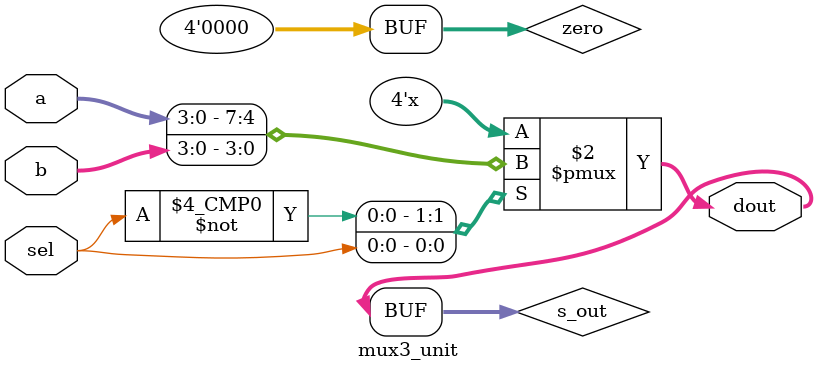
<source format=sv>
/*
 * Copyright (c) 2024 Caio Alonso da Costa
 * SPDX-License-Identifier: Apache-2.0
 */

module mux3_unit #(parameter int WIDTH = 4) (a, b, sel, dout);

  input logic [WIDTH-1:0] a;
  input logic [WIDTH-1:0] b;
  input logic sel;

  output logic [WIDTH-1:0] dout;

  logic [WIDTH-1:0] zero;
  logic [WIDTH-1:0] s_out;

  assign zero = '0;

  always_comb begin
    case (sel)
      1'b0 : s_out = a;
      1'b1 : s_out = b;
      default : s_out = zero;
    endcase
  end

  assign dout = s_out;

endmodule
</source>
